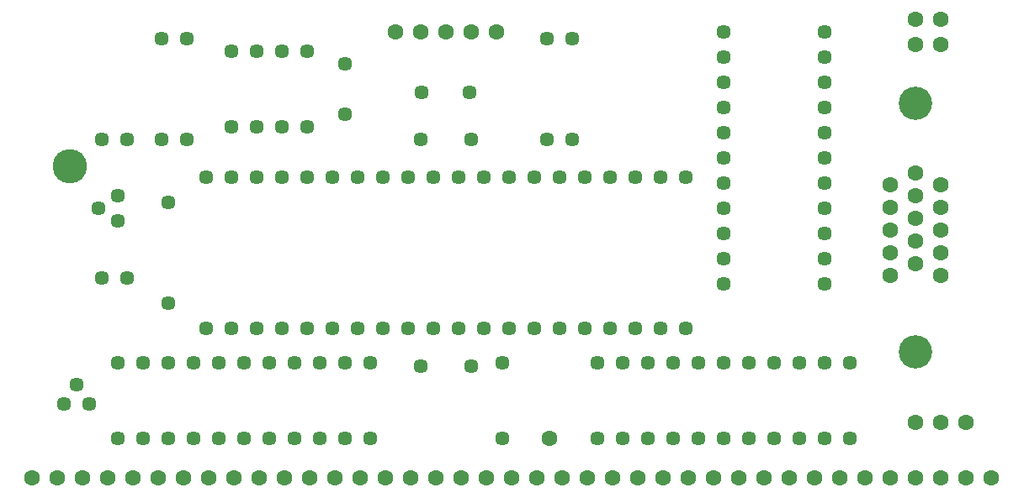
<source format=gts>
G75*
%MOIN*%
%OFA0B0*%
%FSLAX25Y25*%
%IPPOS*%
%LPD*%
%AMOC8*
5,1,8,0,0,1.08239X$1,22.5*
%
%ADD10C,0.13598*%
%ADD11C,0.06315*%
%ADD12C,0.05724*%
%ADD13C,0.13205*%
D10*
X0021299Y0131402D03*
D11*
X0006500Y0007752D03*
X0016500Y0007752D03*
X0026500Y0007752D03*
X0036500Y0007752D03*
X0046500Y0007752D03*
X0056500Y0007752D03*
X0066500Y0007752D03*
X0076500Y0007752D03*
X0086500Y0007752D03*
X0096500Y0007752D03*
X0106500Y0007752D03*
X0116500Y0007752D03*
X0126500Y0007752D03*
X0136500Y0007752D03*
X0146500Y0007752D03*
X0156500Y0007752D03*
X0166500Y0007752D03*
X0176500Y0007752D03*
X0186500Y0007752D03*
X0196500Y0007752D03*
X0206500Y0007752D03*
X0216500Y0007752D03*
X0226500Y0007752D03*
X0236500Y0007752D03*
X0246500Y0007752D03*
X0256500Y0007752D03*
X0266500Y0007752D03*
X0276500Y0007752D03*
X0286500Y0007752D03*
X0296500Y0007752D03*
X0306500Y0007752D03*
X0316500Y0007752D03*
X0326500Y0007752D03*
X0336500Y0007752D03*
X0346500Y0007752D03*
X0356500Y0007752D03*
X0366500Y0007752D03*
X0376500Y0007752D03*
X0386500Y0007752D03*
X0376500Y0029750D03*
X0366500Y0029750D03*
X0356500Y0029750D03*
X0346500Y0088293D03*
X0356500Y0092793D03*
X0346500Y0097293D03*
X0356500Y0101793D03*
X0346500Y0106293D03*
X0356500Y0110793D03*
X0366500Y0106293D03*
X0366500Y0097293D03*
X0366500Y0088293D03*
X0366500Y0115293D03*
X0356500Y0119793D03*
X0346500Y0115293D03*
X0346500Y0124293D03*
X0356500Y0128793D03*
X0366500Y0124293D03*
X0366500Y0179750D03*
X0356500Y0179750D03*
X0356500Y0189750D03*
X0366500Y0189750D03*
X0190250Y0184750D03*
X0180250Y0184750D03*
X0170250Y0184750D03*
X0160250Y0184750D03*
X0150250Y0184750D03*
X0211500Y0023500D03*
D12*
X0192750Y0023500D03*
X0230250Y0023500D03*
X0240250Y0023500D03*
X0250250Y0023500D03*
X0260250Y0023500D03*
X0270250Y0023500D03*
X0280250Y0023500D03*
X0290250Y0023500D03*
X0300250Y0023500D03*
X0310250Y0023500D03*
X0320250Y0023500D03*
X0330250Y0023500D03*
X0330250Y0053500D03*
X0320250Y0053500D03*
X0310250Y0053500D03*
X0300250Y0053500D03*
X0290250Y0053500D03*
X0280250Y0053500D03*
X0270250Y0053500D03*
X0260250Y0053500D03*
X0250250Y0053500D03*
X0240250Y0053500D03*
X0230250Y0053500D03*
X0225250Y0067250D03*
X0235250Y0067250D03*
X0245250Y0067250D03*
X0255250Y0067250D03*
X0265250Y0067250D03*
X0280250Y0084750D03*
X0280250Y0094750D03*
X0280250Y0104750D03*
X0280250Y0114750D03*
X0280250Y0124750D03*
X0265250Y0127250D03*
X0255250Y0127250D03*
X0245250Y0127250D03*
X0235250Y0127250D03*
X0225250Y0127250D03*
X0215250Y0127250D03*
X0205250Y0127250D03*
X0195250Y0127250D03*
X0185250Y0127250D03*
X0175250Y0127250D03*
X0165250Y0127250D03*
X0155250Y0127250D03*
X0145250Y0127250D03*
X0135250Y0127250D03*
X0125250Y0127250D03*
X0115250Y0127250D03*
X0105250Y0127250D03*
X0095250Y0127250D03*
X0085250Y0127250D03*
X0075250Y0127250D03*
X0060250Y0117250D03*
X0040250Y0119750D03*
X0032750Y0114750D03*
X0040250Y0109750D03*
X0044000Y0087250D03*
X0034000Y0087250D03*
X0060250Y0077250D03*
X0075250Y0067250D03*
X0085250Y0067250D03*
X0095250Y0067250D03*
X0105250Y0067250D03*
X0115250Y0067250D03*
X0125250Y0067250D03*
X0135250Y0067250D03*
X0145250Y0067250D03*
X0155250Y0067250D03*
X0165250Y0067250D03*
X0175250Y0067250D03*
X0185250Y0067250D03*
X0195250Y0067250D03*
X0205250Y0067250D03*
X0215250Y0067250D03*
X0192750Y0053500D03*
X0180250Y0052250D03*
X0160250Y0052250D03*
X0140250Y0053500D03*
X0130250Y0053500D03*
X0120250Y0053500D03*
X0110250Y0053500D03*
X0100250Y0053500D03*
X0090250Y0053500D03*
X0080250Y0053500D03*
X0070250Y0053500D03*
X0060250Y0053500D03*
X0050250Y0053500D03*
X0040250Y0053500D03*
X0024000Y0044750D03*
X0019000Y0037250D03*
X0029000Y0037250D03*
X0040250Y0023500D03*
X0050250Y0023500D03*
X0060250Y0023500D03*
X0070250Y0023500D03*
X0080250Y0023500D03*
X0090250Y0023500D03*
X0100250Y0023500D03*
X0110250Y0023500D03*
X0120250Y0023500D03*
X0130250Y0023500D03*
X0140250Y0023500D03*
X0320250Y0084750D03*
X0320250Y0094750D03*
X0320250Y0104750D03*
X0320250Y0114750D03*
X0320250Y0124750D03*
X0320250Y0134750D03*
X0320250Y0144750D03*
X0320250Y0154750D03*
X0320250Y0164750D03*
X0320250Y0174750D03*
X0320250Y0184750D03*
X0280250Y0184750D03*
X0280250Y0174750D03*
X0280250Y0164750D03*
X0280250Y0154750D03*
X0280250Y0144750D03*
X0280250Y0134750D03*
X0220250Y0142250D03*
X0210250Y0142250D03*
X0180250Y0142250D03*
X0160250Y0142250D03*
X0130250Y0152250D03*
X0115250Y0147250D03*
X0105250Y0147250D03*
X0095250Y0147250D03*
X0085250Y0147250D03*
X0067750Y0142250D03*
X0057750Y0142250D03*
X0044000Y0142250D03*
X0034000Y0142250D03*
X0085250Y0177250D03*
X0095250Y0177250D03*
X0105250Y0177250D03*
X0115250Y0177250D03*
X0130250Y0172250D03*
X0160750Y0161000D03*
X0179750Y0161000D03*
X0210250Y0182250D03*
X0220250Y0182250D03*
X0067750Y0182250D03*
X0057750Y0182250D03*
D13*
X0356500Y0156463D03*
X0356500Y0058037D03*
M02*

</source>
